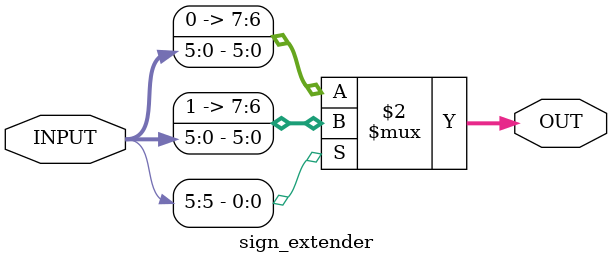
<source format=v>
module sign_extender (INPUT, OUT);
  input [5:0] INPUT;
  output wire [7:0] OUT;

  assign OUT = (INPUT[5] == 1) ? {2'b11, INPUT} : {2'b00, INPUT};
	
endmodule

</source>
